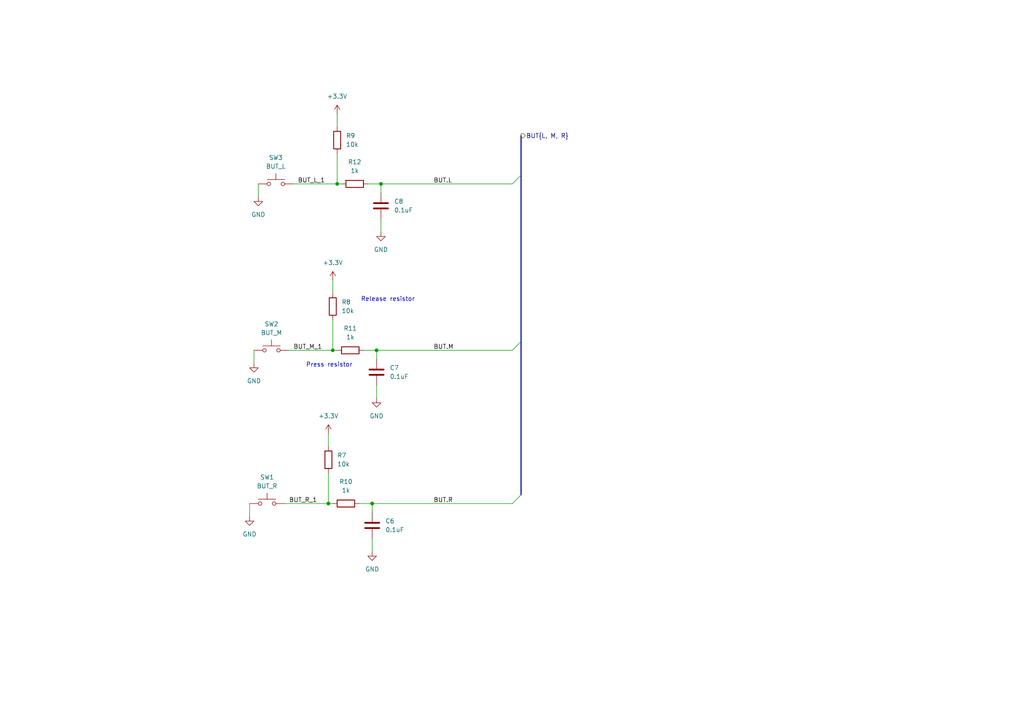
<source format=kicad_sch>
(kicad_sch (version 20231120) (generator "eeschema") (generator_version "8.0")
  (paper "A4")
  (lib_symbols
    (symbol "Device:C" (pin_numbers hide) (pin_names (offset 0.254))
      (property "Reference" "C" (at 0.635 2.54 0))
      (property "Value" "C" (at 0.635 -2.54 0))
      (symbol "C_0_1"
        (polyline (pts (xy -2.032 -0.762) (xy 2.032 -0.762)) (stroke (width 0.508)))
        (polyline (pts (xy -2.032 0.762) (xy 2.032 0.762)) (stroke (width 0.508)))
      )
      (symbol "C_1_1"
        (pin passive line (at 0 3.81 270) (length 2.794) (name "~") (number "1"))
        (pin passive line (at 0 -3.81 90) (length 2.794) (name "~") (number "2"))
      )
    )
    (symbol "Device:R" (pin_numbers hide) (pin_names (offset 0))
      (property "Reference" "R" (at 2.032 0 90))
      (property "Value" "R" (at 0 0 90))
      (symbol "R_0_1"
        (rectangle (start -1.016 -2.54) (end 1.016 2.54) (stroke (width 0.254)))
      )
      (symbol "R_1_1"
        (pin passive line (at 0 3.81 270) (length 1.27) (name "~") (number "1"))
        (pin passive line (at 0 -3.81 90) (length 1.27) (name "~") (number "2"))
      )
    )
    (symbol "Switch:SW_Push" (pin_numbers hide) (pin_names (offset 1.016) hide)
      (property "Reference" "SW" (at 1.27 2.54 0))
      (property "Value" "SW_Push" (at 0 -1.524 0))
      (symbol "SW_Push_0_1"
        (circle (center -2.032 0) (radius 0.508))
        (polyline (pts (xy 0 1.27) (xy 0 3.048)))
        (polyline (pts (xy 2.54 1.27) (xy -2.54 1.27)))
        (circle (center 2.032 0) (radius 0.508))
        (pin passive line (at -5.08 0 0) (length 2.54) (name "1") (number "1"))
        (pin passive line (at 5.08 0 180) (length 2.54) (name "2") (number "2"))
      )
    )
    (symbol "power:+3.3V" (power) (pin_names (offset 0))
      (property "Value" "+3.3V" (at 0 3.556 0))
      (symbol "+3.3V_0_1"
        (polyline (pts (xy -0.762 1.27) (xy 0 2.54)))
        (polyline (pts (xy 0 0) (xy 0 2.54)))
        (polyline (pts (xy 0 2.54) (xy 0.762 1.27)))
      )
      (symbol "+3.3V_1_1"
        (pin power_in line (at 0 0 90) (length 0) hide (name "+3.3V") (number "1"))
      )
    )
    (symbol "power:GND" (power) (pin_names (offset 0))
      (property "Value" "GND" (at 0 -3.81 0))
      (symbol "GND_0_1"
        (polyline (pts (xy 0 0) (xy 0 -1.27) (xy 1.27 -1.27) (xy 0 -2.54) (xy -1.27 -1.27) (xy 0 -1.27)))
      )
      (symbol "GND_1_1"
        (pin power_in line (at 0 0 270) (length 0) hide (name "GND") (number "1"))
      )
    )
  )
  (junction (at 110.49 53.34))
  (junction (at 107.95 146.05))
  (junction (at 109.22 101.6))
  (junction (at 97.79 53.34))
  (junction (at 95.25 146.05))
  (junction (at 96.52 101.6))
  (bus_entry (at 148.59 101.6) (size 2.54 -2.54))
  (bus_entry (at 148.59 146.05) (size 2.54 -2.54))
  (bus_entry (at 148.59 53.34) (size 2.54 -2.54))
  (wire (pts (xy 110.49 53.34) (xy 110.49 55.88)))
  (wire (pts (xy 95.25 125.73) (xy 95.25 129.54)))
  (wire (pts (xy 107.95 156.21) (xy 107.95 160.02)))
  (wire (pts (xy 95.25 146.05) (xy 96.52 146.05)))
  (wire (pts (xy 107.95 146.05) (xy 107.95 148.59)))
  (wire (pts (xy 96.52 92.71) (xy 96.52 101.6)))
  (wire (pts (xy 107.95 146.05) (xy 148.59 146.05)))
  (wire (pts (xy 72.39 146.05) (xy 72.39 149.86)))
  (wire (pts (xy 110.49 63.5) (xy 110.49 67.31)))
  (bus (pts (xy 151.13 50.8) (xy 151.13 99.06)))
  (bus (pts (xy 151.13 99.06) (xy 151.13 143.51)))
  (wire (pts (xy 85.09 53.34) (xy 97.79 53.34)))
  (wire (pts (xy 109.22 101.6) (xy 109.22 104.14)))
  (wire (pts (xy 105.41 101.6) (xy 109.22 101.6)))
  (wire (pts (xy 109.22 101.6) (xy 148.59 101.6)))
  (wire (pts (xy 95.25 137.16) (xy 95.25 146.05)))
  (wire (pts (xy 96.52 101.6) (xy 97.79 101.6)))
  (wire (pts (xy 106.68 53.34) (xy 110.49 53.34)))
  (wire (pts (xy 109.22 111.76) (xy 109.22 115.57)))
  (wire (pts (xy 73.66 101.6) (xy 73.66 105.41)))
  (wire (pts (xy 97.79 33.02) (xy 97.79 36.83)))
  (bus (pts (xy 151.13 39.37) (xy 151.13 50.8)))
  (wire (pts (xy 82.55 146.05) (xy 95.25 146.05)))
  (wire (pts (xy 83.82 101.6) (xy 96.52 101.6)))
  (wire (pts (xy 97.79 53.34) (xy 99.06 53.34)))
  (wire (pts (xy 97.79 44.45) (xy 97.79 53.34)))
  (wire (pts (xy 104.14 146.05) (xy 107.95 146.05)))
  (wire (pts (xy 74.93 53.34) (xy 74.93 57.15)))
  (wire (pts (xy 110.49 53.34) (xy 148.59 53.34)))
  (wire (pts (xy 96.52 81.28) (xy 96.52 85.09)))
  (text "Release resistor" (at 112.522 86.868 0) (effects (font (size 1.27 1.27))))
  (text "Press resistor" (at 95.504 105.918 0) (effects (font (size 1.27 1.27))))
  (label "BUT.R" (at 125.73 146.05 0))
  (label "BUT_R_1" (at 83.82 146.05 0))
  (label "BUT_L_1" (at 86.36 53.34 0))
  (label "BUT.L" (at 125.73 53.34 0))
  (label "BUT.M" (at 125.73 101.6 0))
  (label "BUT_M_1" (at 85.09 101.6 0))
  (hierarchical_label "BUT{L, M, R}" (shape output) (at 151.13 39.37 0))
  (symbol (lib_id "Device:R") (at 96.52 88.9 180) (unit 1)
    (property "Reference" "R8" (at 99.06 87.6299 0) (effects (justify right)))
    (property "Value" "10k" (at 99.06 90.1699 0) (effects (justify right)))
    (property "Footprint" "Resistor_SMD:R_0402_1005Metric" (effects (hide yes)))
    (property "Description" "Resistor" (effects (hide yes)))
  )
  (symbol (lib_id "power:GND") (at 73.66 105.41 0) (unit 1)
    (property "Reference" "#PWR020" (effects (hide yes)))
    (property "Value" "GND" (at 73.66 110.49 0))
  )
  (symbol (lib_id "Device:R") (at 95.25 133.35 180) (unit 1)
    (property "Reference" "R7" (at 97.79 132.0799 0) (effects (justify right)))
    (property "Value" "10k" (at 97.79 134.6199 0) (effects (justify right)))
    (property "Footprint" "Resistor_SMD:R_0402_1005Metric" (effects (hide yes)))
    (property "Description" "Resistor" (effects (hide yes)))
  )
  (symbol (lib_id "Switch:SW_Push") (at 77.47 146.05 0) (unit 1)
    (property "Reference" "SW1" (at 77.47 138.43 0))
    (property "Value" "BUT_R" (at 77.47 140.97 0))
    (property "Footprint" "Button_Switch_SMD:SW_SPST_Omron_B3FS-101xP" (effects (hide yes)))
    (property "Description" "Push button switch, generic, two pins" (effects (hide yes)))
  )
  (symbol (lib_id "power:GND") (at 74.93 57.15 0) (unit 1)
    (property "Reference" "#PWR021" (effects (hide yes)))
    (property "Value" "GND" (at 74.93 62.23 0))
  )
  (symbol (lib_id "Device:R") (at 100.33 146.05 270) (unit 1)
    (property "Reference" "R10" (at 100.33 139.7 90))
    (property "Value" "1k" (at 100.33 142.24 90))
    (property "Footprint" "Resistor_SMD:R_0402_1005Metric" (effects (hide yes)))
    (property "Description" "Resistor" (effects (hide yes)))
  )
  (symbol (lib_id "Device:C") (at 109.22 107.95 0) (unit 1)
    (property "Reference" "C7" (at 113.03 106.6799 0) (effects (justify left)))
    (property "Value" "0.1uF" (at 113.03 109.2199 0) (effects (justify left)))
    (property "Footprint" "Capacitor_SMD:C_0402_1005Metric" (effects (hide yes)))
    (property "Description" "Unpolarized capacitor" (effects (hide yes)))
  )
  (symbol (lib_id "Device:R") (at 101.6 101.6 270) (unit 1)
    (property "Reference" "R11" (at 101.6 95.25 90))
    (property "Value" "1k" (at 101.6 97.79 90))
    (property "Footprint" "Resistor_SMD:R_0402_1005Metric" (effects (hide yes)))
    (property "Description" "Resistor" (effects (hide yes)))
  )
  (symbol (lib_id "power:GND") (at 107.95 160.02 0) (unit 1)
    (property "Reference" "#PWR025" (effects (hide yes)))
    (property "Value" "GND" (at 107.95 165.1 0))
  )
  (symbol (lib_id "Switch:SW_Push") (at 80.01 53.34 0) (unit 1)
    (property "Reference" "SW3" (at 80.01 45.72 0))
    (property "Value" "BUT_L" (at 80.01 48.26 0))
    (property "Footprint" "Button_Switch_SMD:SW_SPST_Omron_B3FS-101xP" (effects (hide yes)))
    (property "Description" "Push button switch, generic, two pins" (effects (hide yes)))
  )
  (symbol (lib_id "power:+3.3V") (at 95.25 125.73 0) (mirror y) (unit 1)
    (property "Reference" "#PWR022" (effects (hide yes)))
    (property "Value" "+3.3V" (at 95.25 120.65 0))
  )
  (symbol (lib_id "power:+3.3V") (at 96.52 81.28 0) (mirror y) (unit 1)
    (property "Reference" "#PWR023" (effects (hide yes)))
    (property "Value" "+3.3V" (at 96.52 76.2 0))
  )
  (symbol (lib_id "Switch:SW_Push") (at 78.74 101.6 0) (unit 1)
    (property "Reference" "SW2" (at 78.74 93.98 0))
    (property "Value" "BUT_M" (at 78.74 96.52 0))
    (property "Footprint" "Button_Switch_SMD:SW_SPST_Omron_B3FS-101xP" (effects (hide yes)))
    (property "Description" "Push button switch, generic, two pins" (effects (hide yes)))
  )
  (symbol (lib_id "power:+3.3V") (at 97.79 33.02 0) (mirror y) (unit 1)
    (property "Reference" "#PWR024" (effects (hide yes)))
    (property "Value" "+3.3V" (at 97.79 27.94 0))
  )
  (symbol (lib_id "Device:C") (at 107.95 152.4 0) (unit 1)
    (property "Reference" "C6" (at 111.76 151.1299 0) (effects (justify left)))
    (property "Value" "0.1uF" (at 111.76 153.6699 0) (effects (justify left)))
    (property "Footprint" "Capacitor_SMD:C_0402_1005Metric" (effects (hide yes)))
    (property "Description" "Unpolarized capacitor" (effects (hide yes)))
  )
  (symbol (lib_id "power:GND") (at 72.39 149.86 0) (unit 1)
    (property "Reference" "#PWR019" (effects (hide yes)))
    (property "Value" "GND" (at 72.39 154.94 0))
  )
  (symbol (lib_id "power:GND") (at 110.49 67.31 0) (unit 1)
    (property "Reference" "#PWR027" (effects (hide yes)))
    (property "Value" "GND" (at 110.49 72.39 0))
  )
  (symbol (lib_id "Device:R") (at 97.79 40.64 180) (unit 1)
    (property "Reference" "R9" (at 100.33 39.3699 0) (effects (justify right)))
    (property "Value" "10k" (at 100.33 41.9099 0) (effects (justify right)))
    (property "Footprint" "Resistor_SMD:R_0402_1005Metric" (effects (hide yes)))
    (property "Description" "Resistor" (effects (hide yes)))
  )
  (symbol (lib_id "power:GND") (at 109.22 115.57 0) (unit 1)
    (property "Reference" "#PWR026" (effects (hide yes)))
    (property "Value" "GND" (at 109.22 120.65 0))
  )
  (symbol (lib_id "Device:C") (at 110.49 59.69 0) (unit 1)
    (property "Reference" "C8" (at 114.3 58.4199 0) (effects (justify left)))
    (property "Value" "0.1uF" (at 114.3 60.9599 0) (effects (justify left)))
    (property "Footprint" "Capacitor_SMD:C_0402_1005Metric" (effects (hide yes)))
    (property "Description" "Unpolarized capacitor" (effects (hide yes)))
  )
  (symbol (lib_id "Device:R") (at 102.87 53.34 270) (unit 1)
    (property "Reference" "R12" (at 102.87 46.99 90))
    (property "Value" "1k" (at 102.87 49.53 90))
    (property "Footprint" "Capacitor_SMD:C_0402_1005Metric" (effects (hide yes)))
    (property "Description" "Resistor" (effects (hide yes)))
  )
)
</source>
